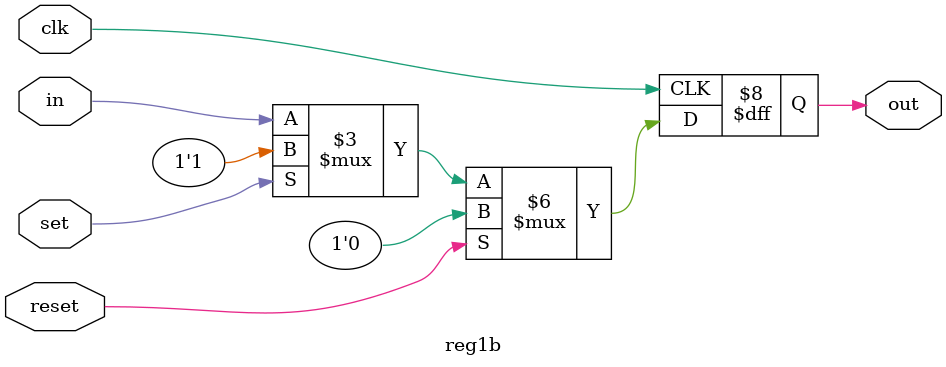
<source format=v>
`timescale 1ns / 1ps


module reg1b (clk,in,out,reset,set);
input clk,reset,set;
input in;
output reg out;

always @(posedge clk)
begin
    if (reset)
    begin
         out <= 0;
    end
    else if (set)
    begin
         out <= 1;
    end
    else 
    begin
        out <= in;
    end
end

endmodule
</source>
